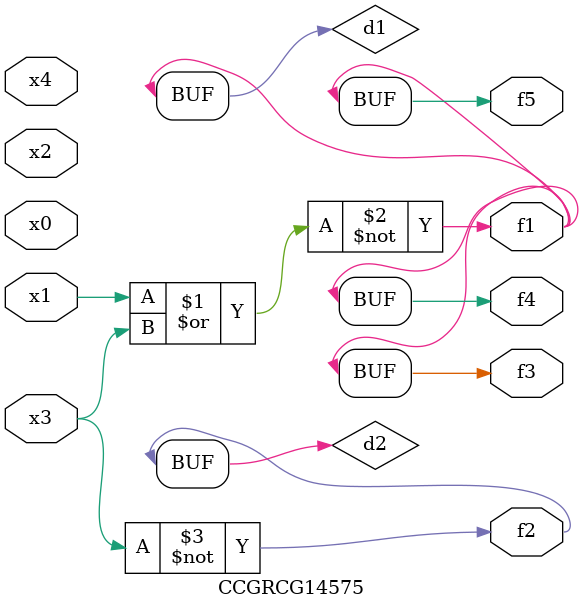
<source format=v>
module CCGRCG14575(
	input x0, x1, x2, x3, x4,
	output f1, f2, f3, f4, f5
);

	wire d1, d2;

	nor (d1, x1, x3);
	not (d2, x3);
	assign f1 = d1;
	assign f2 = d2;
	assign f3 = d1;
	assign f4 = d1;
	assign f5 = d1;
endmodule

</source>
